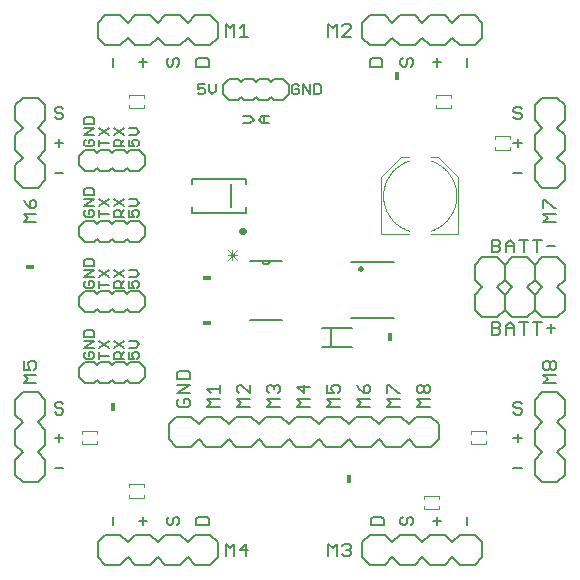
<source format=gto>
G75*
%MOIN*%
%OFA0B0*%
%FSLAX25Y25*%
%IPPOS*%
%LPD*%
%AMOC8*
5,1,8,0,0,1.08239X$1,22.5*
%
%ADD10C,0.00800*%
%ADD11C,0.00600*%
%ADD12C,0.00300*%
%ADD13C,0.02200*%
%ADD14C,0.00400*%
%ADD15R,0.03000X0.01800*%
%ADD16R,0.01800X0.03000*%
%ADD17C,0.00500*%
D10*
X0010911Y0035970D02*
X0008411Y0038470D01*
X0008411Y0043470D01*
X0010911Y0045970D01*
X0008411Y0048470D01*
X0008411Y0053470D01*
X0010911Y0055970D01*
X0008411Y0058470D01*
X0008411Y0063470D01*
X0010911Y0065970D01*
X0015911Y0065970D01*
X0018411Y0063470D01*
X0018411Y0058470D01*
X0015911Y0055970D01*
X0018411Y0053470D01*
X0018411Y0048470D01*
X0015911Y0045970D01*
X0018411Y0043470D01*
X0018411Y0038470D01*
X0015911Y0035970D01*
X0010911Y0035970D01*
X0021685Y0040657D02*
X0024487Y0040657D01*
X0023086Y0049256D02*
X0023086Y0052058D01*
X0021685Y0050657D02*
X0024487Y0050657D01*
X0023787Y0058555D02*
X0022386Y0058555D01*
X0021685Y0059256D01*
X0022386Y0060657D02*
X0021685Y0061358D01*
X0021685Y0062058D01*
X0022386Y0062759D01*
X0023787Y0062759D01*
X0024487Y0062058D01*
X0023787Y0060657D02*
X0024487Y0059956D01*
X0024487Y0059256D01*
X0023787Y0058555D01*
X0023787Y0060657D02*
X0022386Y0060657D01*
X0015511Y0068929D02*
X0011307Y0068929D01*
X0012709Y0070330D01*
X0011307Y0071732D01*
X0015511Y0071732D01*
X0014810Y0073533D02*
X0015511Y0074234D01*
X0015511Y0075635D01*
X0014810Y0076335D01*
X0013409Y0076335D01*
X0012709Y0075635D01*
X0012709Y0074934D01*
X0013409Y0073533D01*
X0011307Y0073533D01*
X0011307Y0076335D01*
X0011307Y0122713D02*
X0012709Y0124115D01*
X0011307Y0125516D01*
X0015511Y0125516D01*
X0014810Y0127317D02*
X0013409Y0127317D01*
X0013409Y0129419D01*
X0014110Y0130120D01*
X0014810Y0130120D01*
X0015511Y0129419D01*
X0015511Y0128018D01*
X0014810Y0127317D01*
X0013409Y0127317D02*
X0012008Y0128719D01*
X0011307Y0130120D01*
X0010911Y0134080D02*
X0015911Y0134080D01*
X0018411Y0136580D01*
X0018411Y0141580D01*
X0015911Y0144080D01*
X0018411Y0146580D01*
X0018411Y0151580D01*
X0015911Y0154080D01*
X0018411Y0156580D01*
X0018411Y0161580D01*
X0015911Y0164080D01*
X0010911Y0164080D01*
X0008411Y0161580D01*
X0008411Y0156580D01*
X0010911Y0154080D01*
X0008411Y0151580D01*
X0008411Y0146580D01*
X0010911Y0144080D01*
X0008411Y0141580D01*
X0008411Y0136580D01*
X0010911Y0134080D01*
X0021685Y0139082D02*
X0024487Y0139082D01*
X0023086Y0147681D02*
X0023086Y0150483D01*
X0021685Y0149082D02*
X0024487Y0149082D01*
X0023787Y0156980D02*
X0022386Y0156980D01*
X0021685Y0157681D01*
X0022386Y0159082D02*
X0021685Y0159783D01*
X0021685Y0160483D01*
X0022386Y0161184D01*
X0023787Y0161184D01*
X0024487Y0160483D01*
X0023787Y0159082D02*
X0024487Y0158382D01*
X0024487Y0157681D01*
X0023787Y0156980D01*
X0023787Y0159082D02*
X0022386Y0159082D01*
X0041047Y0174561D02*
X0041047Y0177364D01*
X0043470Y0181639D02*
X0038470Y0181639D01*
X0035970Y0184139D01*
X0035970Y0189139D01*
X0038470Y0191639D01*
X0043470Y0191639D01*
X0045970Y0189139D01*
X0048470Y0191639D01*
X0053470Y0191639D01*
X0055970Y0189139D01*
X0058470Y0191639D01*
X0063470Y0191639D01*
X0065970Y0189139D01*
X0068470Y0191639D01*
X0073470Y0191639D01*
X0075970Y0189139D01*
X0075970Y0184139D01*
X0073470Y0181639D01*
X0068470Y0181639D01*
X0065970Y0184139D01*
X0063470Y0181639D01*
X0058470Y0181639D01*
X0055970Y0184139D01*
X0053470Y0181639D01*
X0048470Y0181639D01*
X0045970Y0184139D01*
X0043470Y0181639D01*
X0049646Y0175963D02*
X0052448Y0175963D01*
X0051047Y0177364D02*
X0051047Y0174561D01*
X0058945Y0175262D02*
X0059646Y0174561D01*
X0060346Y0174561D01*
X0061047Y0175262D01*
X0061047Y0176663D01*
X0061748Y0177364D01*
X0062448Y0177364D01*
X0063149Y0176663D01*
X0063149Y0175262D01*
X0062448Y0174561D01*
X0058945Y0175262D02*
X0058945Y0176663D01*
X0059646Y0177364D01*
X0068788Y0176663D02*
X0068788Y0174561D01*
X0072991Y0174561D01*
X0072991Y0176663D01*
X0072291Y0177364D01*
X0069488Y0177364D01*
X0068788Y0176663D01*
X0078772Y0184539D02*
X0078772Y0188743D01*
X0080173Y0187342D01*
X0081574Y0188743D01*
X0081574Y0184539D01*
X0083376Y0184539D02*
X0086178Y0184539D01*
X0084777Y0184539D02*
X0084777Y0188743D01*
X0083376Y0187342D01*
X0112871Y0188743D02*
X0112871Y0184539D01*
X0115673Y0184539D02*
X0115673Y0188743D01*
X0114272Y0187342D01*
X0112871Y0188743D01*
X0117475Y0188042D02*
X0118175Y0188743D01*
X0119577Y0188743D01*
X0120277Y0188042D01*
X0120277Y0187342D01*
X0117475Y0184539D01*
X0120277Y0184539D01*
X0124080Y0184139D02*
X0124080Y0189139D01*
X0126580Y0191639D01*
X0131580Y0191639D01*
X0134080Y0189139D01*
X0136580Y0191639D01*
X0141580Y0191639D01*
X0144080Y0189139D01*
X0146580Y0191639D01*
X0151580Y0191639D01*
X0154080Y0189139D01*
X0156580Y0191639D01*
X0161580Y0191639D01*
X0164080Y0189139D01*
X0164080Y0184139D01*
X0161580Y0181639D01*
X0156580Y0181639D01*
X0154080Y0184139D01*
X0151580Y0181639D01*
X0146580Y0181639D01*
X0144080Y0184139D01*
X0141580Y0181639D01*
X0136580Y0181639D01*
X0134080Y0184139D01*
X0131580Y0181639D01*
X0126580Y0181639D01*
X0124080Y0184139D01*
X0127362Y0177364D02*
X0126662Y0176663D01*
X0126662Y0174561D01*
X0130865Y0174561D01*
X0130865Y0176663D01*
X0130165Y0177364D01*
X0127362Y0177364D01*
X0136898Y0176663D02*
X0136898Y0175262D01*
X0137599Y0174561D01*
X0138299Y0174561D01*
X0139000Y0175262D01*
X0139000Y0176663D01*
X0139700Y0177364D01*
X0140401Y0177364D01*
X0141102Y0176663D01*
X0141102Y0175262D01*
X0140401Y0174561D01*
X0137599Y0177364D02*
X0136898Y0176663D01*
X0147599Y0175963D02*
X0150401Y0175963D01*
X0149000Y0177364D02*
X0149000Y0174561D01*
X0159000Y0174561D02*
X0159000Y0177364D01*
X0175262Y0161184D02*
X0174561Y0160483D01*
X0174561Y0159783D01*
X0175262Y0159082D01*
X0176663Y0159082D01*
X0177364Y0158382D01*
X0177364Y0157681D01*
X0176663Y0156980D01*
X0175262Y0156980D01*
X0174561Y0157681D01*
X0175262Y0161184D02*
X0176663Y0161184D01*
X0177364Y0160483D01*
X0181639Y0161580D02*
X0181639Y0156580D01*
X0184139Y0154080D01*
X0181639Y0151580D01*
X0181639Y0146580D01*
X0184139Y0144080D01*
X0181639Y0141580D01*
X0181639Y0136580D01*
X0184139Y0134080D01*
X0189139Y0134080D01*
X0191639Y0136580D01*
X0191639Y0141580D01*
X0189139Y0144080D01*
X0191639Y0146580D01*
X0191639Y0151580D01*
X0189139Y0154080D01*
X0191639Y0156580D01*
X0191639Y0161580D01*
X0189139Y0164080D01*
X0184139Y0164080D01*
X0181639Y0161580D01*
X0175963Y0150483D02*
X0175963Y0147681D01*
X0177364Y0149082D02*
X0174561Y0149082D01*
X0174561Y0139082D02*
X0177364Y0139082D01*
X0184536Y0130120D02*
X0185236Y0130120D01*
X0188039Y0127317D01*
X0188739Y0127317D01*
X0188739Y0125516D02*
X0184536Y0125516D01*
X0185937Y0124115D01*
X0184536Y0122713D01*
X0188739Y0122713D01*
X0184536Y0127317D02*
X0184536Y0130120D01*
X0183968Y0116834D02*
X0181166Y0116834D01*
X0182567Y0116834D02*
X0182567Y0112630D01*
X0184139Y0110931D02*
X0181639Y0108431D01*
X0179139Y0110931D01*
X0174139Y0110931D01*
X0171639Y0108431D01*
X0171639Y0103431D01*
X0174139Y0100931D01*
X0171639Y0098431D01*
X0171639Y0093431D01*
X0174139Y0090931D01*
X0179139Y0090931D01*
X0181639Y0093431D01*
X0181639Y0098431D01*
X0179139Y0100931D01*
X0181639Y0103431D01*
X0181639Y0108431D01*
X0181639Y0103431D01*
X0184139Y0100931D01*
X0181639Y0098431D01*
X0181639Y0093431D01*
X0184139Y0090931D01*
X0189139Y0090931D01*
X0191639Y0093431D01*
X0191639Y0098431D01*
X0189139Y0100931D01*
X0191639Y0103431D01*
X0191639Y0108431D01*
X0189139Y0110931D01*
X0184139Y0110931D01*
X0185770Y0114732D02*
X0188572Y0114732D01*
X0179365Y0116834D02*
X0176562Y0116834D01*
X0177963Y0116834D02*
X0177963Y0112630D01*
X0174761Y0112630D02*
X0174761Y0115432D01*
X0173359Y0116834D01*
X0171958Y0115432D01*
X0171958Y0112630D01*
X0170157Y0113331D02*
X0169456Y0112630D01*
X0167354Y0112630D01*
X0167354Y0116834D01*
X0169456Y0116834D01*
X0170157Y0116133D01*
X0170157Y0115432D01*
X0169456Y0114732D01*
X0167354Y0114732D01*
X0169456Y0114732D02*
X0170157Y0114031D01*
X0170157Y0113331D01*
X0171958Y0114732D02*
X0174761Y0114732D01*
X0169139Y0110931D02*
X0171639Y0108431D01*
X0171639Y0103431D01*
X0169139Y0100931D01*
X0171639Y0098431D01*
X0171639Y0093431D01*
X0169139Y0090931D01*
X0164139Y0090931D01*
X0161639Y0093431D01*
X0161639Y0098431D01*
X0164139Y0100931D01*
X0161639Y0103431D01*
X0161639Y0108431D01*
X0164139Y0110931D01*
X0169139Y0110931D01*
X0169456Y0089393D02*
X0167354Y0089393D01*
X0167354Y0085189D01*
X0169456Y0085189D01*
X0170157Y0085890D01*
X0170157Y0086590D01*
X0169456Y0087291D01*
X0167354Y0087291D01*
X0169456Y0087291D02*
X0170157Y0087991D01*
X0170157Y0088692D01*
X0169456Y0089393D01*
X0171958Y0087991D02*
X0173359Y0089393D01*
X0174761Y0087991D01*
X0174761Y0085189D01*
X0174761Y0087291D02*
X0171958Y0087291D01*
X0171958Y0087991D02*
X0171958Y0085189D01*
X0177963Y0085189D02*
X0177963Y0089393D01*
X0176562Y0089393D02*
X0179365Y0089393D01*
X0181166Y0089393D02*
X0183968Y0089393D01*
X0182567Y0089393D02*
X0182567Y0085189D01*
X0185770Y0087291D02*
X0188572Y0087291D01*
X0187171Y0088692D02*
X0187171Y0085890D01*
X0187338Y0076335D02*
X0188039Y0076335D01*
X0188739Y0075635D01*
X0188739Y0074234D01*
X0188039Y0073533D01*
X0187338Y0073533D01*
X0186638Y0074234D01*
X0186638Y0075635D01*
X0187338Y0076335D01*
X0186638Y0075635D02*
X0185937Y0076335D01*
X0185236Y0076335D01*
X0184536Y0075635D01*
X0184536Y0074234D01*
X0185236Y0073533D01*
X0185937Y0073533D01*
X0186638Y0074234D01*
X0184536Y0071732D02*
X0188739Y0071732D01*
X0188739Y0068929D02*
X0184536Y0068929D01*
X0185937Y0070330D01*
X0184536Y0071732D01*
X0184139Y0065970D02*
X0189139Y0065970D01*
X0191639Y0063470D01*
X0191639Y0058470D01*
X0189139Y0055970D01*
X0191639Y0053470D01*
X0191639Y0048470D01*
X0189139Y0045970D01*
X0191639Y0043470D01*
X0191639Y0038470D01*
X0189139Y0035970D01*
X0184139Y0035970D01*
X0181639Y0038470D01*
X0181639Y0043470D01*
X0184139Y0045970D01*
X0181639Y0048470D01*
X0181639Y0053470D01*
X0184139Y0055970D01*
X0181639Y0058470D01*
X0181639Y0063470D01*
X0184139Y0065970D01*
X0177364Y0062058D02*
X0176663Y0062759D01*
X0175262Y0062759D01*
X0174561Y0062058D01*
X0174561Y0061358D01*
X0175262Y0060657D01*
X0176663Y0060657D01*
X0177364Y0059956D01*
X0177364Y0059256D01*
X0176663Y0058555D01*
X0175262Y0058555D01*
X0174561Y0059256D01*
X0175963Y0052058D02*
X0175963Y0049256D01*
X0177364Y0050657D02*
X0174561Y0050657D01*
X0174561Y0040657D02*
X0177364Y0040657D01*
X0159000Y0024487D02*
X0159000Y0021685D01*
X0156580Y0018411D02*
X0161580Y0018411D01*
X0164080Y0015911D01*
X0164080Y0010911D01*
X0161580Y0008411D01*
X0156580Y0008411D01*
X0154080Y0010911D01*
X0151580Y0008411D01*
X0146580Y0008411D01*
X0144080Y0010911D01*
X0141580Y0008411D01*
X0136580Y0008411D01*
X0134080Y0010911D01*
X0131580Y0008411D01*
X0126580Y0008411D01*
X0124080Y0010911D01*
X0124080Y0015911D01*
X0126580Y0018411D01*
X0131580Y0018411D01*
X0134080Y0015911D01*
X0136580Y0018411D01*
X0141580Y0018411D01*
X0144080Y0015911D01*
X0146580Y0018411D01*
X0151580Y0018411D01*
X0154080Y0015911D01*
X0156580Y0018411D01*
X0150401Y0023086D02*
X0147599Y0023086D01*
X0149000Y0021685D02*
X0149000Y0024487D01*
X0141102Y0023787D02*
X0141102Y0022386D01*
X0140401Y0021685D01*
X0139000Y0022386D02*
X0139000Y0023787D01*
X0139700Y0024487D01*
X0140401Y0024487D01*
X0141102Y0023787D01*
X0139000Y0022386D02*
X0138299Y0021685D01*
X0137599Y0021685D01*
X0136898Y0022386D01*
X0136898Y0023787D01*
X0137599Y0024487D01*
X0131259Y0023787D02*
X0131259Y0021685D01*
X0127055Y0021685D01*
X0127055Y0023787D01*
X0127756Y0024487D01*
X0130558Y0024487D01*
X0131259Y0023787D01*
X0120277Y0014814D02*
X0120277Y0014113D01*
X0119577Y0013413D01*
X0120277Y0012712D01*
X0120277Y0012012D01*
X0119577Y0011311D01*
X0118175Y0011311D01*
X0117475Y0012012D01*
X0115673Y0011311D02*
X0115673Y0015515D01*
X0114272Y0014113D01*
X0112871Y0015515D01*
X0112871Y0011311D01*
X0117475Y0014814D02*
X0118175Y0015515D01*
X0119577Y0015515D01*
X0120277Y0014814D01*
X0119577Y0013413D02*
X0118876Y0013413D01*
X0086178Y0013413D02*
X0083376Y0013413D01*
X0085477Y0015515D01*
X0085477Y0011311D01*
X0081574Y0011311D02*
X0081574Y0015515D01*
X0080173Y0014113D01*
X0078772Y0015515D01*
X0078772Y0011311D01*
X0075970Y0010911D02*
X0075970Y0015911D01*
X0073470Y0018411D01*
X0068470Y0018411D01*
X0065970Y0015911D01*
X0063470Y0018411D01*
X0058470Y0018411D01*
X0055970Y0015911D01*
X0053470Y0018411D01*
X0048470Y0018411D01*
X0045970Y0015911D01*
X0043470Y0018411D01*
X0038470Y0018411D01*
X0035970Y0015911D01*
X0035970Y0010911D01*
X0038470Y0008411D01*
X0043470Y0008411D01*
X0045970Y0010911D01*
X0048470Y0008411D01*
X0053470Y0008411D01*
X0055970Y0010911D01*
X0058470Y0008411D01*
X0063470Y0008411D01*
X0065970Y0010911D01*
X0068470Y0008411D01*
X0073470Y0008411D01*
X0075970Y0010911D01*
X0072991Y0021685D02*
X0068788Y0021685D01*
X0068788Y0023787D01*
X0069488Y0024487D01*
X0072291Y0024487D01*
X0072991Y0023787D01*
X0072991Y0021685D01*
X0063149Y0022386D02*
X0062448Y0021685D01*
X0063149Y0022386D02*
X0063149Y0023787D01*
X0062448Y0024487D01*
X0061748Y0024487D01*
X0061047Y0023787D01*
X0061047Y0022386D01*
X0060346Y0021685D01*
X0059646Y0021685D01*
X0058945Y0022386D01*
X0058945Y0023787D01*
X0059646Y0024487D01*
X0052448Y0023086D02*
X0049646Y0023086D01*
X0051047Y0021685D02*
X0051047Y0024487D01*
X0041047Y0024487D02*
X0041047Y0021685D01*
X0062092Y0047781D02*
X0067092Y0047781D01*
X0069592Y0050281D01*
X0072092Y0047781D01*
X0077092Y0047781D01*
X0079592Y0050281D01*
X0082092Y0047781D01*
X0087092Y0047781D01*
X0089592Y0050281D01*
X0092092Y0047781D01*
X0097092Y0047781D01*
X0099592Y0050281D01*
X0102092Y0047781D01*
X0107092Y0047781D01*
X0109592Y0050281D01*
X0112092Y0047781D01*
X0117092Y0047781D01*
X0119592Y0050281D01*
X0122092Y0047781D01*
X0127092Y0047781D01*
X0129592Y0050281D01*
X0132092Y0047781D01*
X0137092Y0047781D01*
X0139592Y0050281D01*
X0142092Y0047781D01*
X0147092Y0047781D01*
X0149592Y0050281D01*
X0149592Y0055281D01*
X0147092Y0057781D01*
X0142092Y0057781D01*
X0139592Y0055281D01*
X0137092Y0057781D01*
X0132092Y0057781D01*
X0129592Y0055281D01*
X0127092Y0057781D01*
X0122092Y0057781D01*
X0119592Y0055281D01*
X0117092Y0057781D01*
X0112092Y0057781D01*
X0109592Y0055281D01*
X0107092Y0057781D01*
X0102092Y0057781D01*
X0099592Y0055281D01*
X0097092Y0057781D01*
X0092092Y0057781D01*
X0089592Y0055281D01*
X0087092Y0057781D01*
X0082092Y0057781D01*
X0079592Y0055281D01*
X0077092Y0057781D01*
X0072092Y0057781D01*
X0069592Y0055281D01*
X0067092Y0057781D01*
X0062092Y0057781D01*
X0059592Y0055281D01*
X0059592Y0050281D01*
X0062092Y0047781D01*
X0063189Y0061055D02*
X0065992Y0061055D01*
X0066692Y0061756D01*
X0066692Y0063157D01*
X0065992Y0063858D01*
X0064590Y0063858D01*
X0064590Y0062456D01*
X0063189Y0061055D02*
X0062489Y0061756D01*
X0062489Y0063157D01*
X0063189Y0063858D01*
X0062489Y0065659D02*
X0066692Y0068461D01*
X0062489Y0068461D01*
X0062489Y0070263D02*
X0062489Y0072365D01*
X0063189Y0073065D01*
X0065992Y0073065D01*
X0066692Y0072365D01*
X0066692Y0070263D01*
X0062489Y0070263D01*
X0062489Y0065659D02*
X0066692Y0065659D01*
X0072489Y0067060D02*
X0073890Y0065659D01*
X0072489Y0067060D02*
X0076692Y0067060D01*
X0076692Y0065659D02*
X0076692Y0068461D01*
X0076692Y0063858D02*
X0072489Y0063858D01*
X0073890Y0062456D01*
X0072489Y0061055D01*
X0076692Y0061055D01*
X0082489Y0061055D02*
X0083890Y0062456D01*
X0082489Y0063858D01*
X0086692Y0063858D01*
X0086692Y0065659D02*
X0083890Y0068461D01*
X0083189Y0068461D01*
X0082489Y0067761D01*
X0082489Y0066360D01*
X0083189Y0065659D01*
X0086692Y0065659D02*
X0086692Y0068461D01*
X0092489Y0067761D02*
X0093189Y0068461D01*
X0093890Y0068461D01*
X0094590Y0067761D01*
X0095291Y0068461D01*
X0095992Y0068461D01*
X0096692Y0067761D01*
X0096692Y0066360D01*
X0095992Y0065659D01*
X0096692Y0063858D02*
X0092489Y0063858D01*
X0093890Y0062456D01*
X0092489Y0061055D01*
X0096692Y0061055D01*
X0093189Y0065659D02*
X0092489Y0066360D01*
X0092489Y0067761D01*
X0094590Y0067761D02*
X0094590Y0067060D01*
X0102489Y0067761D02*
X0104590Y0065659D01*
X0104590Y0068461D01*
X0102489Y0067761D02*
X0106692Y0067761D01*
X0106692Y0063858D02*
X0102489Y0063858D01*
X0103890Y0062456D01*
X0102489Y0061055D01*
X0106692Y0061055D01*
X0112489Y0061055D02*
X0113890Y0062456D01*
X0112489Y0063858D01*
X0116692Y0063858D01*
X0115992Y0065659D02*
X0116692Y0066360D01*
X0116692Y0067761D01*
X0115992Y0068461D01*
X0114590Y0068461D01*
X0113890Y0067761D01*
X0113890Y0067060D01*
X0114590Y0065659D01*
X0112489Y0065659D01*
X0112489Y0068461D01*
X0112489Y0061055D02*
X0116692Y0061055D01*
X0122489Y0061055D02*
X0123890Y0062456D01*
X0122489Y0063858D01*
X0126692Y0063858D01*
X0125992Y0065659D02*
X0126692Y0066360D01*
X0126692Y0067761D01*
X0125992Y0068461D01*
X0125291Y0068461D01*
X0124590Y0067761D01*
X0124590Y0065659D01*
X0125992Y0065659D01*
X0124590Y0065659D02*
X0123189Y0067060D01*
X0122489Y0068461D01*
X0122489Y0061055D02*
X0126692Y0061055D01*
X0132489Y0061055D02*
X0133890Y0062456D01*
X0132489Y0063858D01*
X0136692Y0063858D01*
X0136692Y0065659D02*
X0135992Y0065659D01*
X0133189Y0068461D01*
X0132489Y0068461D01*
X0132489Y0065659D01*
X0132489Y0061055D02*
X0136692Y0061055D01*
X0142489Y0061055D02*
X0143890Y0062456D01*
X0142489Y0063858D01*
X0146692Y0063858D01*
X0145992Y0065659D02*
X0145291Y0065659D01*
X0144590Y0066360D01*
X0144590Y0067761D01*
X0145291Y0068461D01*
X0145992Y0068461D01*
X0146692Y0067761D01*
X0146692Y0066360D01*
X0145992Y0065659D01*
X0144590Y0066360D02*
X0143890Y0065659D01*
X0143189Y0065659D01*
X0142489Y0066360D01*
X0142489Y0067761D01*
X0143189Y0068461D01*
X0143890Y0068461D01*
X0144590Y0067761D01*
X0146692Y0061055D02*
X0142489Y0061055D01*
X0120891Y0081226D02*
X0113805Y0081226D01*
X0113805Y0087328D01*
X0120891Y0087328D01*
X0113805Y0087328D02*
X0110655Y0087328D01*
X0110655Y0081226D02*
X0113805Y0081226D01*
X0123119Y0107125D02*
X0123121Y0107172D01*
X0123127Y0107219D01*
X0123137Y0107266D01*
X0123150Y0107311D01*
X0123168Y0107355D01*
X0123189Y0107397D01*
X0123213Y0107438D01*
X0123241Y0107476D01*
X0123272Y0107512D01*
X0123306Y0107545D01*
X0123342Y0107575D01*
X0123381Y0107602D01*
X0123422Y0107626D01*
X0123465Y0107646D01*
X0123509Y0107662D01*
X0123555Y0107675D01*
X0123601Y0107684D01*
X0123649Y0107689D01*
X0123696Y0107690D01*
X0123743Y0107687D01*
X0123790Y0107680D01*
X0123836Y0107669D01*
X0123881Y0107655D01*
X0123925Y0107636D01*
X0123966Y0107614D01*
X0124006Y0107589D01*
X0124044Y0107560D01*
X0124079Y0107529D01*
X0124112Y0107494D01*
X0124141Y0107457D01*
X0124167Y0107418D01*
X0124190Y0107376D01*
X0124209Y0107333D01*
X0124225Y0107288D01*
X0124237Y0107242D01*
X0124245Y0107196D01*
X0124249Y0107149D01*
X0124249Y0107101D01*
X0124245Y0107054D01*
X0124237Y0107008D01*
X0124225Y0106962D01*
X0124209Y0106917D01*
X0124190Y0106874D01*
X0124167Y0106832D01*
X0124141Y0106793D01*
X0124112Y0106756D01*
X0124079Y0106721D01*
X0124044Y0106690D01*
X0124006Y0106661D01*
X0123967Y0106636D01*
X0123925Y0106614D01*
X0123881Y0106595D01*
X0123836Y0106581D01*
X0123790Y0106570D01*
X0123743Y0106563D01*
X0123696Y0106560D01*
X0123649Y0106561D01*
X0123601Y0106566D01*
X0123555Y0106575D01*
X0123509Y0106588D01*
X0123465Y0106604D01*
X0123422Y0106624D01*
X0123381Y0106648D01*
X0123342Y0106675D01*
X0123306Y0106705D01*
X0123272Y0106738D01*
X0123241Y0106774D01*
X0123213Y0106812D01*
X0123189Y0106853D01*
X0123168Y0106895D01*
X0123150Y0106939D01*
X0123137Y0106984D01*
X0123127Y0107031D01*
X0123121Y0107078D01*
X0123119Y0107125D01*
X0085458Y0125813D02*
X0067348Y0125813D01*
X0067348Y0127584D01*
X0067348Y0135458D02*
X0067348Y0137230D01*
X0085458Y0137230D01*
X0085458Y0135458D01*
X0080340Y0135458D02*
X0080340Y0127584D01*
X0085458Y0127584D02*
X0085458Y0125813D01*
X0086692Y0061055D02*
X0082489Y0061055D01*
X0015511Y0122713D02*
X0011307Y0122713D01*
D11*
X0031393Y0124908D02*
X0031960Y0124341D01*
X0034229Y0124341D01*
X0034796Y0124908D01*
X0034796Y0126042D01*
X0034229Y0126610D01*
X0033095Y0126610D01*
X0033095Y0125475D01*
X0031960Y0126610D02*
X0031393Y0126042D01*
X0031393Y0124908D01*
X0031393Y0128024D02*
X0034796Y0130293D01*
X0031393Y0130293D01*
X0031393Y0131707D02*
X0031393Y0133409D01*
X0031960Y0133976D01*
X0034229Y0133976D01*
X0034796Y0133409D01*
X0034796Y0131707D01*
X0031393Y0131707D01*
X0031393Y0128024D02*
X0034796Y0128024D01*
X0036393Y0128024D02*
X0039796Y0130293D01*
X0041393Y0130293D02*
X0044796Y0128024D01*
X0044796Y0126610D02*
X0043662Y0125475D01*
X0043662Y0126042D02*
X0043662Y0124341D01*
X0044796Y0124341D02*
X0041393Y0124341D01*
X0041393Y0126042D01*
X0041960Y0126610D01*
X0043095Y0126610D01*
X0043662Y0126042D01*
X0041393Y0128024D02*
X0044796Y0130293D01*
X0046393Y0130293D02*
X0048662Y0130293D01*
X0049796Y0129158D01*
X0048662Y0128024D01*
X0046393Y0128024D01*
X0046393Y0126610D02*
X0046393Y0124341D01*
X0048095Y0124341D01*
X0047527Y0125475D01*
X0047527Y0126042D01*
X0048095Y0126610D01*
X0049229Y0126610D01*
X0049796Y0126042D01*
X0049796Y0124908D01*
X0049229Y0124341D01*
X0039796Y0125475D02*
X0036393Y0125475D01*
X0036393Y0124341D02*
X0036393Y0126610D01*
X0036393Y0130293D02*
X0039796Y0128024D01*
X0034229Y0110354D02*
X0031960Y0110354D01*
X0031393Y0109787D01*
X0031393Y0108085D01*
X0034796Y0108085D01*
X0034796Y0109787D01*
X0034229Y0110354D01*
X0034796Y0106671D02*
X0031393Y0106671D01*
X0031393Y0104402D02*
X0034796Y0106671D01*
X0036393Y0106671D02*
X0039796Y0104402D01*
X0041393Y0104402D02*
X0044796Y0106671D01*
X0046393Y0106671D02*
X0048662Y0106671D01*
X0049796Y0105536D01*
X0048662Y0104402D01*
X0046393Y0104402D01*
X0046393Y0102987D02*
X0046393Y0100719D01*
X0048095Y0100719D01*
X0047527Y0101853D01*
X0047527Y0102420D01*
X0048095Y0102987D01*
X0049229Y0102987D01*
X0049796Y0102420D01*
X0049796Y0101286D01*
X0049229Y0100719D01*
X0044796Y0100719D02*
X0041393Y0100719D01*
X0041393Y0102420D01*
X0041960Y0102987D01*
X0043095Y0102987D01*
X0043662Y0102420D01*
X0043662Y0100719D01*
X0043662Y0101853D02*
X0044796Y0102987D01*
X0044796Y0104402D02*
X0041393Y0106671D01*
X0039796Y0106671D02*
X0036393Y0104402D01*
X0036393Y0102987D02*
X0036393Y0100719D01*
X0036393Y0101853D02*
X0039796Y0101853D01*
X0034796Y0101286D02*
X0034796Y0102420D01*
X0034229Y0102987D01*
X0033095Y0102987D01*
X0033095Y0101853D01*
X0034229Y0100719D02*
X0031960Y0100719D01*
X0031393Y0101286D01*
X0031393Y0102420D01*
X0031960Y0102987D01*
X0031393Y0104402D02*
X0034796Y0104402D01*
X0034796Y0101286D02*
X0034229Y0100719D01*
X0034229Y0086732D02*
X0031960Y0086732D01*
X0031393Y0086165D01*
X0031393Y0084463D01*
X0034796Y0084463D01*
X0034796Y0086165D01*
X0034229Y0086732D01*
X0034796Y0083049D02*
X0031393Y0083049D01*
X0031393Y0080780D02*
X0034796Y0083049D01*
X0036393Y0083049D02*
X0039796Y0080780D01*
X0041393Y0080780D02*
X0044796Y0083049D01*
X0046393Y0083049D02*
X0048662Y0083049D01*
X0049796Y0081914D01*
X0048662Y0080780D01*
X0046393Y0080780D01*
X0046393Y0079365D02*
X0046393Y0077097D01*
X0048095Y0077097D01*
X0047527Y0078231D01*
X0047527Y0078798D01*
X0048095Y0079365D01*
X0049229Y0079365D01*
X0049796Y0078798D01*
X0049796Y0077664D01*
X0049229Y0077097D01*
X0044796Y0077097D02*
X0041393Y0077097D01*
X0041393Y0078798D01*
X0041960Y0079365D01*
X0043095Y0079365D01*
X0043662Y0078798D01*
X0043662Y0077097D01*
X0043662Y0078231D02*
X0044796Y0079365D01*
X0044796Y0080780D02*
X0041393Y0083049D01*
X0039796Y0083049D02*
X0036393Y0080780D01*
X0036393Y0079365D02*
X0036393Y0077097D01*
X0036393Y0078231D02*
X0039796Y0078231D01*
X0034796Y0077664D02*
X0034796Y0078798D01*
X0034229Y0079365D01*
X0033095Y0079365D01*
X0033095Y0078231D01*
X0034229Y0077097D02*
X0031960Y0077097D01*
X0031393Y0077664D01*
X0031393Y0078798D01*
X0031960Y0079365D01*
X0031393Y0080780D02*
X0034796Y0080780D01*
X0034796Y0077664D02*
X0034229Y0077097D01*
X0086751Y0090225D02*
X0097551Y0090225D01*
X0097551Y0109825D02*
X0093351Y0109825D01*
X0090951Y0109825D01*
X0086751Y0109825D01*
X0090951Y0109825D02*
X0090953Y0109756D01*
X0090959Y0109688D01*
X0090969Y0109620D01*
X0090982Y0109553D01*
X0091000Y0109487D01*
X0091021Y0109422D01*
X0091046Y0109358D01*
X0091074Y0109296D01*
X0091106Y0109235D01*
X0091141Y0109176D01*
X0091180Y0109120D01*
X0091222Y0109065D01*
X0091267Y0109014D01*
X0091315Y0108964D01*
X0091365Y0108918D01*
X0091418Y0108875D01*
X0091474Y0108834D01*
X0091531Y0108797D01*
X0091591Y0108764D01*
X0091653Y0108733D01*
X0091716Y0108707D01*
X0091780Y0108684D01*
X0091846Y0108664D01*
X0091913Y0108649D01*
X0091980Y0108637D01*
X0092048Y0108629D01*
X0092117Y0108625D01*
X0092185Y0108625D01*
X0092254Y0108629D01*
X0092322Y0108637D01*
X0092389Y0108649D01*
X0092456Y0108664D01*
X0092522Y0108684D01*
X0092586Y0108707D01*
X0092649Y0108733D01*
X0092711Y0108764D01*
X0092771Y0108797D01*
X0092828Y0108834D01*
X0092884Y0108875D01*
X0092937Y0108918D01*
X0092987Y0108964D01*
X0093035Y0109014D01*
X0093080Y0109065D01*
X0093122Y0109120D01*
X0093161Y0109176D01*
X0093196Y0109235D01*
X0093228Y0109296D01*
X0093256Y0109358D01*
X0093281Y0109422D01*
X0093302Y0109487D01*
X0093320Y0109553D01*
X0093333Y0109620D01*
X0093343Y0109688D01*
X0093349Y0109756D01*
X0093351Y0109825D01*
X0120486Y0109324D02*
X0134683Y0109324D01*
X0134683Y0090726D02*
X0120486Y0090726D01*
X0093064Y0155697D02*
X0090795Y0155697D01*
X0089661Y0156831D01*
X0090795Y0157966D01*
X0093064Y0157966D01*
X0091362Y0157966D02*
X0091362Y0155697D01*
X0087946Y0156831D02*
X0086811Y0155697D01*
X0084543Y0155697D01*
X0084543Y0157966D02*
X0086811Y0157966D01*
X0087946Y0156831D01*
X0075289Y0166389D02*
X0075289Y0168657D01*
X0075289Y0166389D02*
X0074154Y0165254D01*
X0073020Y0166389D01*
X0073020Y0168657D01*
X0071605Y0168657D02*
X0069337Y0168657D01*
X0069337Y0166956D01*
X0070471Y0167523D01*
X0071038Y0167523D01*
X0071605Y0166956D01*
X0071605Y0165821D01*
X0071038Y0165254D01*
X0069904Y0165254D01*
X0069337Y0165821D01*
X0049796Y0152780D02*
X0048662Y0151646D01*
X0046393Y0151646D01*
X0046393Y0150232D02*
X0046393Y0147963D01*
X0048095Y0147963D01*
X0047527Y0149097D01*
X0047527Y0149664D01*
X0048095Y0150232D01*
X0049229Y0150232D01*
X0049796Y0149664D01*
X0049796Y0148530D01*
X0049229Y0147963D01*
X0044796Y0147963D02*
X0041393Y0147963D01*
X0041393Y0149664D01*
X0041960Y0150232D01*
X0043095Y0150232D01*
X0043662Y0149664D01*
X0043662Y0147963D01*
X0043662Y0149097D02*
X0044796Y0150232D01*
X0044796Y0151646D02*
X0041393Y0153915D01*
X0039796Y0153915D02*
X0036393Y0151646D01*
X0036393Y0150232D02*
X0036393Y0147963D01*
X0036393Y0149097D02*
X0039796Y0149097D01*
X0039796Y0151646D02*
X0036393Y0153915D01*
X0034796Y0153915D02*
X0031393Y0153915D01*
X0031393Y0155329D02*
X0031393Y0157031D01*
X0031960Y0157598D01*
X0034229Y0157598D01*
X0034796Y0157031D01*
X0034796Y0155329D01*
X0031393Y0155329D01*
X0031393Y0151646D02*
X0034796Y0153915D01*
X0034796Y0151646D02*
X0031393Y0151646D01*
X0031960Y0150232D02*
X0031393Y0149664D01*
X0031393Y0148530D01*
X0031960Y0147963D01*
X0034229Y0147963D01*
X0034796Y0148530D01*
X0034796Y0149664D01*
X0034229Y0150232D01*
X0033095Y0150232D01*
X0033095Y0149097D01*
X0041393Y0151646D02*
X0044796Y0153915D01*
X0046393Y0153915D02*
X0048662Y0153915D01*
X0049796Y0152780D01*
X0100719Y0165821D02*
X0101286Y0165254D01*
X0102420Y0165254D01*
X0102987Y0165821D01*
X0102987Y0166956D01*
X0101853Y0166956D01*
X0100719Y0168090D02*
X0100719Y0165821D01*
X0100719Y0168090D02*
X0101286Y0168657D01*
X0102420Y0168657D01*
X0102987Y0168090D01*
X0104402Y0168657D02*
X0106671Y0165254D01*
X0106671Y0168657D01*
X0108085Y0168657D02*
X0109787Y0168657D01*
X0110354Y0168090D01*
X0110354Y0165821D01*
X0109787Y0165254D01*
X0108085Y0165254D01*
X0108085Y0168657D01*
X0104402Y0168657D02*
X0104402Y0165254D01*
D12*
X0082437Y0113295D02*
X0079301Y0110159D01*
X0080869Y0110159D02*
X0080869Y0113295D01*
X0079301Y0113295D02*
X0082437Y0110159D01*
X0082437Y0111727D02*
X0079301Y0111727D01*
D13*
X0084157Y0119710D02*
X0084397Y0119710D01*
D14*
X0051344Y0160817D02*
X0046344Y0160817D01*
X0046344Y0161817D01*
X0046344Y0164217D02*
X0046344Y0165217D01*
X0051344Y0165217D01*
X0051344Y0164217D01*
X0051344Y0161817D02*
X0051344Y0160817D01*
X0130537Y0137624D02*
X0130537Y0118726D01*
X0139592Y0118726D01*
X0147072Y0118726D02*
X0156128Y0118726D01*
X0156128Y0137624D01*
X0149435Y0144317D01*
X0147072Y0144317D01*
X0139592Y0144317D02*
X0137230Y0144317D01*
X0130537Y0137624D01*
X0147072Y0143136D02*
X0147355Y0143041D01*
X0147636Y0142939D01*
X0147913Y0142830D01*
X0148189Y0142715D01*
X0148461Y0142593D01*
X0148730Y0142464D01*
X0148996Y0142329D01*
X0149258Y0142187D01*
X0149517Y0142039D01*
X0149773Y0141885D01*
X0150024Y0141724D01*
X0150272Y0141557D01*
X0150515Y0141385D01*
X0150754Y0141206D01*
X0150989Y0141022D01*
X0151219Y0140832D01*
X0151444Y0140636D01*
X0151664Y0140435D01*
X0151880Y0140229D01*
X0152090Y0140017D01*
X0152295Y0139801D01*
X0152495Y0139579D01*
X0152689Y0139352D01*
X0152878Y0139121D01*
X0153061Y0138886D01*
X0153238Y0138646D01*
X0153409Y0138401D01*
X0153574Y0138153D01*
X0153733Y0137900D01*
X0153886Y0137644D01*
X0154033Y0137384D01*
X0154173Y0137121D01*
X0154307Y0136854D01*
X0154434Y0136584D01*
X0154554Y0136311D01*
X0154668Y0136036D01*
X0154775Y0135757D01*
X0154875Y0135476D01*
X0154968Y0135193D01*
X0155055Y0134907D01*
X0155134Y0134619D01*
X0155206Y0134330D01*
X0155271Y0134039D01*
X0155329Y0133746D01*
X0155380Y0133452D01*
X0155424Y0133157D01*
X0155460Y0132861D01*
X0155489Y0132564D01*
X0155511Y0132266D01*
X0155526Y0131968D01*
X0155533Y0131670D01*
X0155533Y0131372D01*
X0155526Y0131074D01*
X0155511Y0130776D01*
X0155489Y0130478D01*
X0155460Y0130181D01*
X0155424Y0129885D01*
X0155380Y0129590D01*
X0155329Y0129296D01*
X0155271Y0129003D01*
X0155206Y0128712D01*
X0155134Y0128423D01*
X0155055Y0128135D01*
X0154968Y0127849D01*
X0154875Y0127566D01*
X0154775Y0127285D01*
X0154668Y0127006D01*
X0154554Y0126731D01*
X0154434Y0126458D01*
X0154307Y0126188D01*
X0154173Y0125921D01*
X0154033Y0125658D01*
X0153886Y0125398D01*
X0153733Y0125142D01*
X0153574Y0124889D01*
X0153409Y0124641D01*
X0153238Y0124396D01*
X0153061Y0124156D01*
X0152878Y0123921D01*
X0152689Y0123690D01*
X0152495Y0123463D01*
X0152295Y0123241D01*
X0152090Y0123025D01*
X0151880Y0122813D01*
X0151664Y0122607D01*
X0151444Y0122406D01*
X0151219Y0122210D01*
X0150989Y0122020D01*
X0150754Y0121836D01*
X0150515Y0121657D01*
X0150272Y0121485D01*
X0150024Y0121318D01*
X0149773Y0121157D01*
X0149517Y0121003D01*
X0149258Y0120855D01*
X0148996Y0120713D01*
X0148730Y0120578D01*
X0148461Y0120449D01*
X0148189Y0120327D01*
X0147913Y0120212D01*
X0147636Y0120103D01*
X0147355Y0120001D01*
X0147072Y0119906D01*
X0139592Y0119906D02*
X0139309Y0120001D01*
X0139028Y0120103D01*
X0138751Y0120212D01*
X0138475Y0120327D01*
X0138203Y0120449D01*
X0137934Y0120578D01*
X0137668Y0120713D01*
X0137406Y0120855D01*
X0137147Y0121003D01*
X0136891Y0121157D01*
X0136640Y0121318D01*
X0136392Y0121485D01*
X0136149Y0121657D01*
X0135910Y0121836D01*
X0135675Y0122020D01*
X0135445Y0122210D01*
X0135220Y0122406D01*
X0135000Y0122607D01*
X0134784Y0122813D01*
X0134574Y0123025D01*
X0134369Y0123241D01*
X0134169Y0123463D01*
X0133975Y0123690D01*
X0133786Y0123921D01*
X0133603Y0124156D01*
X0133426Y0124396D01*
X0133255Y0124641D01*
X0133090Y0124889D01*
X0132931Y0125142D01*
X0132778Y0125398D01*
X0132631Y0125658D01*
X0132491Y0125921D01*
X0132357Y0126188D01*
X0132230Y0126458D01*
X0132110Y0126731D01*
X0131996Y0127006D01*
X0131889Y0127285D01*
X0131789Y0127566D01*
X0131696Y0127849D01*
X0131609Y0128135D01*
X0131530Y0128423D01*
X0131458Y0128712D01*
X0131393Y0129003D01*
X0131335Y0129296D01*
X0131284Y0129590D01*
X0131240Y0129885D01*
X0131204Y0130181D01*
X0131175Y0130478D01*
X0131153Y0130776D01*
X0131138Y0131074D01*
X0131131Y0131372D01*
X0131131Y0131670D01*
X0131138Y0131968D01*
X0131153Y0132266D01*
X0131175Y0132564D01*
X0131204Y0132861D01*
X0131240Y0133157D01*
X0131284Y0133452D01*
X0131335Y0133746D01*
X0131393Y0134039D01*
X0131458Y0134330D01*
X0131530Y0134619D01*
X0131609Y0134907D01*
X0131696Y0135193D01*
X0131789Y0135476D01*
X0131889Y0135757D01*
X0131996Y0136036D01*
X0132110Y0136311D01*
X0132230Y0136584D01*
X0132357Y0136854D01*
X0132491Y0137121D01*
X0132631Y0137384D01*
X0132778Y0137644D01*
X0132931Y0137900D01*
X0133090Y0138153D01*
X0133255Y0138401D01*
X0133426Y0138646D01*
X0133603Y0138886D01*
X0133786Y0139121D01*
X0133975Y0139352D01*
X0134169Y0139579D01*
X0134369Y0139801D01*
X0134574Y0140017D01*
X0134784Y0140229D01*
X0135000Y0140435D01*
X0135220Y0140636D01*
X0135445Y0140832D01*
X0135675Y0141022D01*
X0135910Y0141206D01*
X0136149Y0141385D01*
X0136392Y0141557D01*
X0136640Y0141724D01*
X0136891Y0141885D01*
X0137147Y0142039D01*
X0137406Y0142187D01*
X0137668Y0142329D01*
X0137934Y0142464D01*
X0138203Y0142593D01*
X0138475Y0142715D01*
X0138751Y0142830D01*
X0139028Y0142939D01*
X0139309Y0143041D01*
X0139592Y0143136D01*
X0148706Y0160817D02*
X0148706Y0161817D01*
X0148706Y0160817D02*
X0153706Y0160817D01*
X0153706Y0161817D01*
X0153706Y0164217D02*
X0153706Y0165217D01*
X0148706Y0165217D01*
X0148706Y0164217D01*
X0168391Y0151280D02*
X0168391Y0150280D01*
X0168391Y0151280D02*
X0173391Y0151280D01*
X0173391Y0150280D01*
X0173391Y0147880D02*
X0173391Y0146880D01*
X0168391Y0146880D01*
X0168391Y0147880D01*
X0165517Y0053170D02*
X0160517Y0053170D01*
X0160517Y0052170D01*
X0160517Y0049770D02*
X0160517Y0048770D01*
X0165517Y0048770D01*
X0165517Y0049770D01*
X0165517Y0052170D02*
X0165517Y0053170D01*
X0149769Y0031359D02*
X0144769Y0031359D01*
X0144769Y0030359D01*
X0144769Y0027959D02*
X0144769Y0026959D01*
X0149769Y0026959D01*
X0149769Y0027959D01*
X0149769Y0030359D02*
X0149769Y0031359D01*
X0051344Y0030896D02*
X0051344Y0031896D01*
X0051344Y0030896D02*
X0046344Y0030896D01*
X0046344Y0031896D01*
X0046344Y0034296D02*
X0046344Y0035296D01*
X0051344Y0035296D01*
X0051344Y0034296D01*
X0035596Y0048770D02*
X0035596Y0049770D01*
X0035596Y0048770D02*
X0030596Y0048770D01*
X0030596Y0049770D01*
X0030596Y0052170D02*
X0030596Y0053170D01*
X0035596Y0053170D01*
X0035596Y0052170D01*
D15*
X0072466Y0089179D03*
X0072466Y0103962D03*
X0013411Y0107899D03*
D16*
X0040970Y0060970D03*
X0119710Y0037033D03*
X0133490Y0084277D03*
X0135734Y0171285D03*
D17*
X0099588Y0168454D02*
X0099588Y0165454D01*
X0097588Y0163454D01*
X0094588Y0163454D01*
X0093588Y0164454D01*
X0092588Y0163454D01*
X0089588Y0163454D01*
X0088588Y0164454D01*
X0087588Y0163454D01*
X0084588Y0163454D01*
X0083588Y0164454D01*
X0082588Y0163454D01*
X0079588Y0163454D01*
X0077588Y0165454D01*
X0077588Y0168454D01*
X0079588Y0170454D01*
X0082588Y0170454D01*
X0083588Y0169454D01*
X0084588Y0170454D01*
X0087588Y0170454D01*
X0088588Y0169454D01*
X0089588Y0170454D01*
X0092588Y0170454D01*
X0093588Y0169454D01*
X0094588Y0170454D01*
X0097588Y0170454D01*
X0099588Y0168454D01*
X0051596Y0144832D02*
X0051596Y0141832D01*
X0049596Y0139832D01*
X0046596Y0139832D01*
X0045596Y0140832D01*
X0044596Y0139832D01*
X0041596Y0139832D01*
X0040596Y0140832D01*
X0039596Y0139832D01*
X0036596Y0139832D01*
X0035596Y0140832D01*
X0034596Y0139832D01*
X0031596Y0139832D01*
X0029596Y0141832D01*
X0029596Y0144832D01*
X0031596Y0146832D01*
X0034596Y0146832D01*
X0035596Y0145832D01*
X0036596Y0146832D01*
X0039596Y0146832D01*
X0040596Y0145832D01*
X0041596Y0146832D01*
X0044596Y0146832D01*
X0045596Y0145832D01*
X0046596Y0146832D01*
X0049596Y0146832D01*
X0051596Y0144832D01*
X0049596Y0123210D02*
X0046596Y0123210D01*
X0045596Y0122210D01*
X0044596Y0123210D01*
X0041596Y0123210D01*
X0040596Y0122210D01*
X0039596Y0123210D01*
X0036596Y0123210D01*
X0035596Y0122210D01*
X0034596Y0123210D01*
X0031596Y0123210D01*
X0029596Y0121210D01*
X0029596Y0118210D01*
X0031596Y0116210D01*
X0034596Y0116210D01*
X0035596Y0117210D01*
X0036596Y0116210D01*
X0039596Y0116210D01*
X0040596Y0117210D01*
X0041596Y0116210D01*
X0044596Y0116210D01*
X0045596Y0117210D01*
X0046596Y0116210D01*
X0049596Y0116210D01*
X0051596Y0118210D01*
X0051596Y0121210D01*
X0049596Y0123210D01*
X0049596Y0099588D02*
X0046596Y0099588D01*
X0045596Y0098588D01*
X0044596Y0099588D01*
X0041596Y0099588D01*
X0040596Y0098588D01*
X0039596Y0099588D01*
X0036596Y0099588D01*
X0035596Y0098588D01*
X0034596Y0099588D01*
X0031596Y0099588D01*
X0029596Y0097588D01*
X0029596Y0094588D01*
X0031596Y0092588D01*
X0034596Y0092588D01*
X0035596Y0093588D01*
X0036596Y0092588D01*
X0039596Y0092588D01*
X0040596Y0093588D01*
X0041596Y0092588D01*
X0044596Y0092588D01*
X0045596Y0093588D01*
X0046596Y0092588D01*
X0049596Y0092588D01*
X0051596Y0094588D01*
X0051596Y0097588D01*
X0049596Y0099588D01*
X0049596Y0075966D02*
X0046596Y0075966D01*
X0045596Y0074966D01*
X0044596Y0075966D01*
X0041596Y0075966D01*
X0040596Y0074966D01*
X0039596Y0075966D01*
X0036596Y0075966D01*
X0035596Y0074966D01*
X0034596Y0075966D01*
X0031596Y0075966D01*
X0029596Y0073966D01*
X0029596Y0070966D01*
X0031596Y0068966D01*
X0034596Y0068966D01*
X0035596Y0069966D01*
X0036596Y0068966D01*
X0039596Y0068966D01*
X0040596Y0069966D01*
X0041596Y0068966D01*
X0044596Y0068966D01*
X0045596Y0069966D01*
X0046596Y0068966D01*
X0049596Y0068966D01*
X0051596Y0070966D01*
X0051596Y0073966D01*
X0049596Y0075966D01*
M02*

</source>
